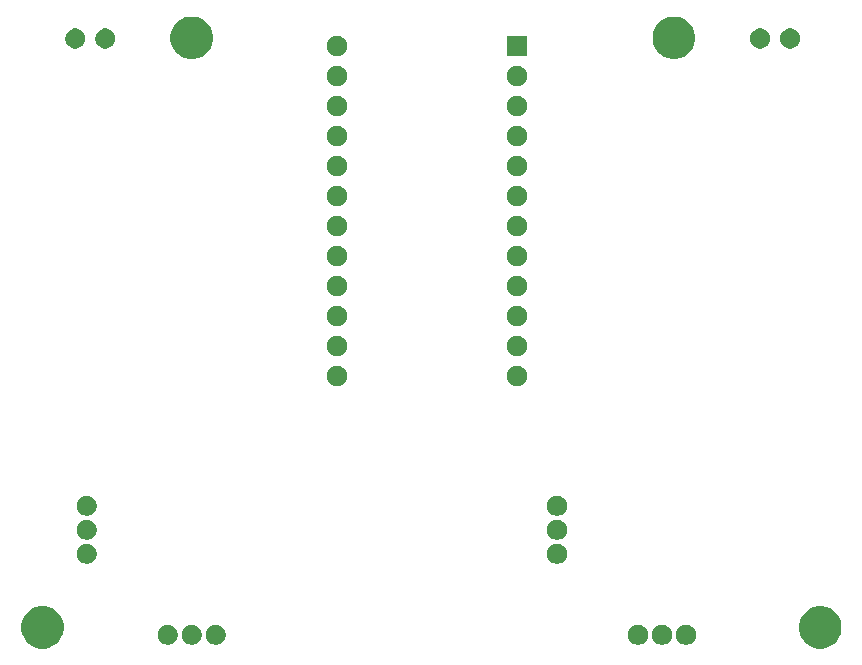
<source format=gbr>
G04 #@! TF.GenerationSoftware,KiCad,Pcbnew,5.0.2+dfsg1-1~bpo9+1*
G04 #@! TF.CreationDate,2019-05-16T11:20:28+01:00*
G04 #@! TF.ProjectId,arduino_controller_psp_stick,61726475-696e-46f5-9f63-6f6e74726f6c,rev?*
G04 #@! TF.SameCoordinates,Original*
G04 #@! TF.FileFunction,Soldermask,Bot*
G04 #@! TF.FilePolarity,Negative*
%FSLAX46Y46*%
G04 Gerber Fmt 4.6, Leading zero omitted, Abs format (unit mm)*
G04 Created by KiCad (PCBNEW 5.0.2+dfsg1-1~bpo9+1) date Thu 16 May 2019 11:20:28 BST*
%MOMM*%
%LPD*%
G01*
G04 APERTURE LIST*
%ADD10C,0.100000*%
G04 APERTURE END LIST*
D10*
G36*
X180103331Y-115679711D02*
X180431092Y-115815474D01*
X180726073Y-116012574D01*
X180976926Y-116263427D01*
X181174026Y-116558408D01*
X181309789Y-116886169D01*
X181379000Y-117234116D01*
X181379000Y-117588884D01*
X181309789Y-117936831D01*
X181174026Y-118264592D01*
X180976926Y-118559573D01*
X180726073Y-118810426D01*
X180431092Y-119007526D01*
X180103331Y-119143289D01*
X179755384Y-119212500D01*
X179400616Y-119212500D01*
X179052669Y-119143289D01*
X178724908Y-119007526D01*
X178429927Y-118810426D01*
X178179074Y-118559573D01*
X177981974Y-118264592D01*
X177846211Y-117936831D01*
X177777000Y-117588884D01*
X177777000Y-117234116D01*
X177846211Y-116886169D01*
X177981974Y-116558408D01*
X178179074Y-116263427D01*
X178429927Y-116012574D01*
X178724908Y-115815474D01*
X179052669Y-115679711D01*
X179400616Y-115610500D01*
X179755384Y-115610500D01*
X180103331Y-115679711D01*
X180103331Y-115679711D01*
G37*
G36*
X114253831Y-115679711D02*
X114581592Y-115815474D01*
X114876573Y-116012574D01*
X115127426Y-116263427D01*
X115324526Y-116558408D01*
X115460289Y-116886169D01*
X115529500Y-117234116D01*
X115529500Y-117588884D01*
X115460289Y-117936831D01*
X115324526Y-118264592D01*
X115127426Y-118559573D01*
X114876573Y-118810426D01*
X114581592Y-119007526D01*
X114253831Y-119143289D01*
X113905884Y-119212500D01*
X113551116Y-119212500D01*
X113203169Y-119143289D01*
X112875408Y-119007526D01*
X112580427Y-118810426D01*
X112329574Y-118559573D01*
X112132474Y-118264592D01*
X111996711Y-117936831D01*
X111927500Y-117588884D01*
X111927500Y-117234116D01*
X111996711Y-116886169D01*
X112132474Y-116558408D01*
X112329574Y-116263427D01*
X112580427Y-116012574D01*
X112875408Y-115815474D01*
X113203169Y-115679711D01*
X113551116Y-115610500D01*
X113905884Y-115610500D01*
X114253831Y-115679711D01*
X114253831Y-115679711D01*
G37*
G36*
X126613228Y-117228203D02*
X126768100Y-117292353D01*
X126907481Y-117385485D01*
X127026015Y-117504019D01*
X127119147Y-117643400D01*
X127183297Y-117798272D01*
X127216000Y-117962684D01*
X127216000Y-118130316D01*
X127183297Y-118294728D01*
X127119147Y-118449600D01*
X127026015Y-118588981D01*
X126907481Y-118707515D01*
X126768100Y-118800647D01*
X126613228Y-118864797D01*
X126448816Y-118897500D01*
X126281184Y-118897500D01*
X126116772Y-118864797D01*
X125961900Y-118800647D01*
X125822519Y-118707515D01*
X125703985Y-118588981D01*
X125610853Y-118449600D01*
X125546703Y-118294728D01*
X125514000Y-118130316D01*
X125514000Y-117962684D01*
X125546703Y-117798272D01*
X125610853Y-117643400D01*
X125703985Y-117504019D01*
X125822519Y-117385485D01*
X125961900Y-117292353D01*
X126116772Y-117228203D01*
X126281184Y-117195500D01*
X126448816Y-117195500D01*
X126613228Y-117228203D01*
X126613228Y-117228203D01*
G37*
G36*
X128645228Y-117228203D02*
X128800100Y-117292353D01*
X128939481Y-117385485D01*
X129058015Y-117504019D01*
X129151147Y-117643400D01*
X129215297Y-117798272D01*
X129248000Y-117962684D01*
X129248000Y-118130316D01*
X129215297Y-118294728D01*
X129151147Y-118449600D01*
X129058015Y-118588981D01*
X128939481Y-118707515D01*
X128800100Y-118800647D01*
X128645228Y-118864797D01*
X128480816Y-118897500D01*
X128313184Y-118897500D01*
X128148772Y-118864797D01*
X127993900Y-118800647D01*
X127854519Y-118707515D01*
X127735985Y-118588981D01*
X127642853Y-118449600D01*
X127578703Y-118294728D01*
X127546000Y-118130316D01*
X127546000Y-117962684D01*
X127578703Y-117798272D01*
X127642853Y-117643400D01*
X127735985Y-117504019D01*
X127854519Y-117385485D01*
X127993900Y-117292353D01*
X128148772Y-117228203D01*
X128313184Y-117195500D01*
X128480816Y-117195500D01*
X128645228Y-117228203D01*
X128645228Y-117228203D01*
G37*
G36*
X124581228Y-117228203D02*
X124736100Y-117292353D01*
X124875481Y-117385485D01*
X124994015Y-117504019D01*
X125087147Y-117643400D01*
X125151297Y-117798272D01*
X125184000Y-117962684D01*
X125184000Y-118130316D01*
X125151297Y-118294728D01*
X125087147Y-118449600D01*
X124994015Y-118588981D01*
X124875481Y-118707515D01*
X124736100Y-118800647D01*
X124581228Y-118864797D01*
X124416816Y-118897500D01*
X124249184Y-118897500D01*
X124084772Y-118864797D01*
X123929900Y-118800647D01*
X123790519Y-118707515D01*
X123671985Y-118588981D01*
X123578853Y-118449600D01*
X123514703Y-118294728D01*
X123482000Y-118130316D01*
X123482000Y-117962684D01*
X123514703Y-117798272D01*
X123578853Y-117643400D01*
X123671985Y-117504019D01*
X123790519Y-117385485D01*
X123929900Y-117292353D01*
X124084772Y-117228203D01*
X124249184Y-117195500D01*
X124416816Y-117195500D01*
X124581228Y-117228203D01*
X124581228Y-117228203D01*
G37*
G36*
X164395728Y-117228203D02*
X164550600Y-117292353D01*
X164689981Y-117385485D01*
X164808515Y-117504019D01*
X164901647Y-117643400D01*
X164965797Y-117798272D01*
X164998500Y-117962684D01*
X164998500Y-118130316D01*
X164965797Y-118294728D01*
X164901647Y-118449600D01*
X164808515Y-118588981D01*
X164689981Y-118707515D01*
X164550600Y-118800647D01*
X164395728Y-118864797D01*
X164231316Y-118897500D01*
X164063684Y-118897500D01*
X163899272Y-118864797D01*
X163744400Y-118800647D01*
X163605019Y-118707515D01*
X163486485Y-118588981D01*
X163393353Y-118449600D01*
X163329203Y-118294728D01*
X163296500Y-118130316D01*
X163296500Y-117962684D01*
X163329203Y-117798272D01*
X163393353Y-117643400D01*
X163486485Y-117504019D01*
X163605019Y-117385485D01*
X163744400Y-117292353D01*
X163899272Y-117228203D01*
X164063684Y-117195500D01*
X164231316Y-117195500D01*
X164395728Y-117228203D01*
X164395728Y-117228203D01*
G37*
G36*
X168459728Y-117228203D02*
X168614600Y-117292353D01*
X168753981Y-117385485D01*
X168872515Y-117504019D01*
X168965647Y-117643400D01*
X169029797Y-117798272D01*
X169062500Y-117962684D01*
X169062500Y-118130316D01*
X169029797Y-118294728D01*
X168965647Y-118449600D01*
X168872515Y-118588981D01*
X168753981Y-118707515D01*
X168614600Y-118800647D01*
X168459728Y-118864797D01*
X168295316Y-118897500D01*
X168127684Y-118897500D01*
X167963272Y-118864797D01*
X167808400Y-118800647D01*
X167669019Y-118707515D01*
X167550485Y-118588981D01*
X167457353Y-118449600D01*
X167393203Y-118294728D01*
X167360500Y-118130316D01*
X167360500Y-117962684D01*
X167393203Y-117798272D01*
X167457353Y-117643400D01*
X167550485Y-117504019D01*
X167669019Y-117385485D01*
X167808400Y-117292353D01*
X167963272Y-117228203D01*
X168127684Y-117195500D01*
X168295316Y-117195500D01*
X168459728Y-117228203D01*
X168459728Y-117228203D01*
G37*
G36*
X166427728Y-117228203D02*
X166582600Y-117292353D01*
X166721981Y-117385485D01*
X166840515Y-117504019D01*
X166933647Y-117643400D01*
X166997797Y-117798272D01*
X167030500Y-117962684D01*
X167030500Y-118130316D01*
X166997797Y-118294728D01*
X166933647Y-118449600D01*
X166840515Y-118588981D01*
X166721981Y-118707515D01*
X166582600Y-118800647D01*
X166427728Y-118864797D01*
X166263316Y-118897500D01*
X166095684Y-118897500D01*
X165931272Y-118864797D01*
X165776400Y-118800647D01*
X165637019Y-118707515D01*
X165518485Y-118588981D01*
X165425353Y-118449600D01*
X165361203Y-118294728D01*
X165328500Y-118130316D01*
X165328500Y-117962684D01*
X165361203Y-117798272D01*
X165425353Y-117643400D01*
X165518485Y-117504019D01*
X165637019Y-117385485D01*
X165776400Y-117292353D01*
X165931272Y-117228203D01*
X166095684Y-117195500D01*
X166263316Y-117195500D01*
X166427728Y-117228203D01*
X166427728Y-117228203D01*
G37*
G36*
X117723228Y-110370203D02*
X117878100Y-110434353D01*
X118017481Y-110527485D01*
X118136015Y-110646019D01*
X118229147Y-110785400D01*
X118293297Y-110940272D01*
X118326000Y-111104684D01*
X118326000Y-111272316D01*
X118293297Y-111436728D01*
X118229147Y-111591600D01*
X118136015Y-111730981D01*
X118017481Y-111849515D01*
X117878100Y-111942647D01*
X117723228Y-112006797D01*
X117558816Y-112039500D01*
X117391184Y-112039500D01*
X117226772Y-112006797D01*
X117071900Y-111942647D01*
X116932519Y-111849515D01*
X116813985Y-111730981D01*
X116720853Y-111591600D01*
X116656703Y-111436728D01*
X116624000Y-111272316D01*
X116624000Y-111104684D01*
X116656703Y-110940272D01*
X116720853Y-110785400D01*
X116813985Y-110646019D01*
X116932519Y-110527485D01*
X117071900Y-110434353D01*
X117226772Y-110370203D01*
X117391184Y-110337500D01*
X117558816Y-110337500D01*
X117723228Y-110370203D01*
X117723228Y-110370203D01*
G37*
G36*
X157537728Y-110370203D02*
X157692600Y-110434353D01*
X157831981Y-110527485D01*
X157950515Y-110646019D01*
X158043647Y-110785400D01*
X158107797Y-110940272D01*
X158140500Y-111104684D01*
X158140500Y-111272316D01*
X158107797Y-111436728D01*
X158043647Y-111591600D01*
X157950515Y-111730981D01*
X157831981Y-111849515D01*
X157692600Y-111942647D01*
X157537728Y-112006797D01*
X157373316Y-112039500D01*
X157205684Y-112039500D01*
X157041272Y-112006797D01*
X156886400Y-111942647D01*
X156747019Y-111849515D01*
X156628485Y-111730981D01*
X156535353Y-111591600D01*
X156471203Y-111436728D01*
X156438500Y-111272316D01*
X156438500Y-111104684D01*
X156471203Y-110940272D01*
X156535353Y-110785400D01*
X156628485Y-110646019D01*
X156747019Y-110527485D01*
X156886400Y-110434353D01*
X157041272Y-110370203D01*
X157205684Y-110337500D01*
X157373316Y-110337500D01*
X157537728Y-110370203D01*
X157537728Y-110370203D01*
G37*
G36*
X117723228Y-108338203D02*
X117878100Y-108402353D01*
X118017481Y-108495485D01*
X118136015Y-108614019D01*
X118229147Y-108753400D01*
X118293297Y-108908272D01*
X118326000Y-109072684D01*
X118326000Y-109240316D01*
X118293297Y-109404728D01*
X118229147Y-109559600D01*
X118136015Y-109698981D01*
X118017481Y-109817515D01*
X117878100Y-109910647D01*
X117723228Y-109974797D01*
X117558816Y-110007500D01*
X117391184Y-110007500D01*
X117226772Y-109974797D01*
X117071900Y-109910647D01*
X116932519Y-109817515D01*
X116813985Y-109698981D01*
X116720853Y-109559600D01*
X116656703Y-109404728D01*
X116624000Y-109240316D01*
X116624000Y-109072684D01*
X116656703Y-108908272D01*
X116720853Y-108753400D01*
X116813985Y-108614019D01*
X116932519Y-108495485D01*
X117071900Y-108402353D01*
X117226772Y-108338203D01*
X117391184Y-108305500D01*
X117558816Y-108305500D01*
X117723228Y-108338203D01*
X117723228Y-108338203D01*
G37*
G36*
X157537728Y-108338203D02*
X157692600Y-108402353D01*
X157831981Y-108495485D01*
X157950515Y-108614019D01*
X158043647Y-108753400D01*
X158107797Y-108908272D01*
X158140500Y-109072684D01*
X158140500Y-109240316D01*
X158107797Y-109404728D01*
X158043647Y-109559600D01*
X157950515Y-109698981D01*
X157831981Y-109817515D01*
X157692600Y-109910647D01*
X157537728Y-109974797D01*
X157373316Y-110007500D01*
X157205684Y-110007500D01*
X157041272Y-109974797D01*
X156886400Y-109910647D01*
X156747019Y-109817515D01*
X156628485Y-109698981D01*
X156535353Y-109559600D01*
X156471203Y-109404728D01*
X156438500Y-109240316D01*
X156438500Y-109072684D01*
X156471203Y-108908272D01*
X156535353Y-108753400D01*
X156628485Y-108614019D01*
X156747019Y-108495485D01*
X156886400Y-108402353D01*
X157041272Y-108338203D01*
X157205684Y-108305500D01*
X157373316Y-108305500D01*
X157537728Y-108338203D01*
X157537728Y-108338203D01*
G37*
G36*
X157537728Y-106306203D02*
X157692600Y-106370353D01*
X157831981Y-106463485D01*
X157950515Y-106582019D01*
X158043647Y-106721400D01*
X158107797Y-106876272D01*
X158140500Y-107040684D01*
X158140500Y-107208316D01*
X158107797Y-107372728D01*
X158043647Y-107527600D01*
X157950515Y-107666981D01*
X157831981Y-107785515D01*
X157692600Y-107878647D01*
X157537728Y-107942797D01*
X157373316Y-107975500D01*
X157205684Y-107975500D01*
X157041272Y-107942797D01*
X156886400Y-107878647D01*
X156747019Y-107785515D01*
X156628485Y-107666981D01*
X156535353Y-107527600D01*
X156471203Y-107372728D01*
X156438500Y-107208316D01*
X156438500Y-107040684D01*
X156471203Y-106876272D01*
X156535353Y-106721400D01*
X156628485Y-106582019D01*
X156747019Y-106463485D01*
X156886400Y-106370353D01*
X157041272Y-106306203D01*
X157205684Y-106273500D01*
X157373316Y-106273500D01*
X157537728Y-106306203D01*
X157537728Y-106306203D01*
G37*
G36*
X117723228Y-106306203D02*
X117878100Y-106370353D01*
X118017481Y-106463485D01*
X118136015Y-106582019D01*
X118229147Y-106721400D01*
X118293297Y-106876272D01*
X118326000Y-107040684D01*
X118326000Y-107208316D01*
X118293297Y-107372728D01*
X118229147Y-107527600D01*
X118136015Y-107666981D01*
X118017481Y-107785515D01*
X117878100Y-107878647D01*
X117723228Y-107942797D01*
X117558816Y-107975500D01*
X117391184Y-107975500D01*
X117226772Y-107942797D01*
X117071900Y-107878647D01*
X116932519Y-107785515D01*
X116813985Y-107666981D01*
X116720853Y-107527600D01*
X116656703Y-107372728D01*
X116624000Y-107208316D01*
X116624000Y-107040684D01*
X116656703Y-106876272D01*
X116720853Y-106721400D01*
X116813985Y-106582019D01*
X116932519Y-106463485D01*
X117071900Y-106370353D01*
X117226772Y-106306203D01*
X117391184Y-106273500D01*
X117558816Y-106273500D01*
X117723228Y-106306203D01*
X117723228Y-106306203D01*
G37*
G36*
X154146728Y-95303203D02*
X154301600Y-95367353D01*
X154440981Y-95460485D01*
X154559515Y-95579019D01*
X154652647Y-95718400D01*
X154716797Y-95873272D01*
X154749500Y-96037684D01*
X154749500Y-96205316D01*
X154716797Y-96369728D01*
X154652647Y-96524600D01*
X154559515Y-96663981D01*
X154440981Y-96782515D01*
X154301600Y-96875647D01*
X154146728Y-96939797D01*
X153982316Y-96972500D01*
X153814684Y-96972500D01*
X153650272Y-96939797D01*
X153495400Y-96875647D01*
X153356019Y-96782515D01*
X153237485Y-96663981D01*
X153144353Y-96524600D01*
X153080203Y-96369728D01*
X153047500Y-96205316D01*
X153047500Y-96037684D01*
X153080203Y-95873272D01*
X153144353Y-95718400D01*
X153237485Y-95579019D01*
X153356019Y-95460485D01*
X153495400Y-95367353D01*
X153650272Y-95303203D01*
X153814684Y-95270500D01*
X153982316Y-95270500D01*
X154146728Y-95303203D01*
X154146728Y-95303203D01*
G37*
G36*
X138906728Y-95303203D02*
X139061600Y-95367353D01*
X139200981Y-95460485D01*
X139319515Y-95579019D01*
X139412647Y-95718400D01*
X139476797Y-95873272D01*
X139509500Y-96037684D01*
X139509500Y-96205316D01*
X139476797Y-96369728D01*
X139412647Y-96524600D01*
X139319515Y-96663981D01*
X139200981Y-96782515D01*
X139061600Y-96875647D01*
X138906728Y-96939797D01*
X138742316Y-96972500D01*
X138574684Y-96972500D01*
X138410272Y-96939797D01*
X138255400Y-96875647D01*
X138116019Y-96782515D01*
X137997485Y-96663981D01*
X137904353Y-96524600D01*
X137840203Y-96369728D01*
X137807500Y-96205316D01*
X137807500Y-96037684D01*
X137840203Y-95873272D01*
X137904353Y-95718400D01*
X137997485Y-95579019D01*
X138116019Y-95460485D01*
X138255400Y-95367353D01*
X138410272Y-95303203D01*
X138574684Y-95270500D01*
X138742316Y-95270500D01*
X138906728Y-95303203D01*
X138906728Y-95303203D01*
G37*
G36*
X154146728Y-92763203D02*
X154301600Y-92827353D01*
X154440981Y-92920485D01*
X154559515Y-93039019D01*
X154652647Y-93178400D01*
X154716797Y-93333272D01*
X154749500Y-93497684D01*
X154749500Y-93665316D01*
X154716797Y-93829728D01*
X154652647Y-93984600D01*
X154559515Y-94123981D01*
X154440981Y-94242515D01*
X154301600Y-94335647D01*
X154146728Y-94399797D01*
X153982316Y-94432500D01*
X153814684Y-94432500D01*
X153650272Y-94399797D01*
X153495400Y-94335647D01*
X153356019Y-94242515D01*
X153237485Y-94123981D01*
X153144353Y-93984600D01*
X153080203Y-93829728D01*
X153047500Y-93665316D01*
X153047500Y-93497684D01*
X153080203Y-93333272D01*
X153144353Y-93178400D01*
X153237485Y-93039019D01*
X153356019Y-92920485D01*
X153495400Y-92827353D01*
X153650272Y-92763203D01*
X153814684Y-92730500D01*
X153982316Y-92730500D01*
X154146728Y-92763203D01*
X154146728Y-92763203D01*
G37*
G36*
X138906728Y-92763203D02*
X139061600Y-92827353D01*
X139200981Y-92920485D01*
X139319515Y-93039019D01*
X139412647Y-93178400D01*
X139476797Y-93333272D01*
X139509500Y-93497684D01*
X139509500Y-93665316D01*
X139476797Y-93829728D01*
X139412647Y-93984600D01*
X139319515Y-94123981D01*
X139200981Y-94242515D01*
X139061600Y-94335647D01*
X138906728Y-94399797D01*
X138742316Y-94432500D01*
X138574684Y-94432500D01*
X138410272Y-94399797D01*
X138255400Y-94335647D01*
X138116019Y-94242515D01*
X137997485Y-94123981D01*
X137904353Y-93984600D01*
X137840203Y-93829728D01*
X137807500Y-93665316D01*
X137807500Y-93497684D01*
X137840203Y-93333272D01*
X137904353Y-93178400D01*
X137997485Y-93039019D01*
X138116019Y-92920485D01*
X138255400Y-92827353D01*
X138410272Y-92763203D01*
X138574684Y-92730500D01*
X138742316Y-92730500D01*
X138906728Y-92763203D01*
X138906728Y-92763203D01*
G37*
G36*
X154146728Y-90223203D02*
X154301600Y-90287353D01*
X154440981Y-90380485D01*
X154559515Y-90499019D01*
X154652647Y-90638400D01*
X154716797Y-90793272D01*
X154749500Y-90957684D01*
X154749500Y-91125316D01*
X154716797Y-91289728D01*
X154652647Y-91444600D01*
X154559515Y-91583981D01*
X154440981Y-91702515D01*
X154301600Y-91795647D01*
X154146728Y-91859797D01*
X153982316Y-91892500D01*
X153814684Y-91892500D01*
X153650272Y-91859797D01*
X153495400Y-91795647D01*
X153356019Y-91702515D01*
X153237485Y-91583981D01*
X153144353Y-91444600D01*
X153080203Y-91289728D01*
X153047500Y-91125316D01*
X153047500Y-90957684D01*
X153080203Y-90793272D01*
X153144353Y-90638400D01*
X153237485Y-90499019D01*
X153356019Y-90380485D01*
X153495400Y-90287353D01*
X153650272Y-90223203D01*
X153814684Y-90190500D01*
X153982316Y-90190500D01*
X154146728Y-90223203D01*
X154146728Y-90223203D01*
G37*
G36*
X138906728Y-90223203D02*
X139061600Y-90287353D01*
X139200981Y-90380485D01*
X139319515Y-90499019D01*
X139412647Y-90638400D01*
X139476797Y-90793272D01*
X139509500Y-90957684D01*
X139509500Y-91125316D01*
X139476797Y-91289728D01*
X139412647Y-91444600D01*
X139319515Y-91583981D01*
X139200981Y-91702515D01*
X139061600Y-91795647D01*
X138906728Y-91859797D01*
X138742316Y-91892500D01*
X138574684Y-91892500D01*
X138410272Y-91859797D01*
X138255400Y-91795647D01*
X138116019Y-91702515D01*
X137997485Y-91583981D01*
X137904353Y-91444600D01*
X137840203Y-91289728D01*
X137807500Y-91125316D01*
X137807500Y-90957684D01*
X137840203Y-90793272D01*
X137904353Y-90638400D01*
X137997485Y-90499019D01*
X138116019Y-90380485D01*
X138255400Y-90287353D01*
X138410272Y-90223203D01*
X138574684Y-90190500D01*
X138742316Y-90190500D01*
X138906728Y-90223203D01*
X138906728Y-90223203D01*
G37*
G36*
X154146728Y-87683203D02*
X154301600Y-87747353D01*
X154440981Y-87840485D01*
X154559515Y-87959019D01*
X154652647Y-88098400D01*
X154716797Y-88253272D01*
X154749500Y-88417684D01*
X154749500Y-88585316D01*
X154716797Y-88749728D01*
X154652647Y-88904600D01*
X154559515Y-89043981D01*
X154440981Y-89162515D01*
X154301600Y-89255647D01*
X154146728Y-89319797D01*
X153982316Y-89352500D01*
X153814684Y-89352500D01*
X153650272Y-89319797D01*
X153495400Y-89255647D01*
X153356019Y-89162515D01*
X153237485Y-89043981D01*
X153144353Y-88904600D01*
X153080203Y-88749728D01*
X153047500Y-88585316D01*
X153047500Y-88417684D01*
X153080203Y-88253272D01*
X153144353Y-88098400D01*
X153237485Y-87959019D01*
X153356019Y-87840485D01*
X153495400Y-87747353D01*
X153650272Y-87683203D01*
X153814684Y-87650500D01*
X153982316Y-87650500D01*
X154146728Y-87683203D01*
X154146728Y-87683203D01*
G37*
G36*
X138906728Y-87683203D02*
X139061600Y-87747353D01*
X139200981Y-87840485D01*
X139319515Y-87959019D01*
X139412647Y-88098400D01*
X139476797Y-88253272D01*
X139509500Y-88417684D01*
X139509500Y-88585316D01*
X139476797Y-88749728D01*
X139412647Y-88904600D01*
X139319515Y-89043981D01*
X139200981Y-89162515D01*
X139061600Y-89255647D01*
X138906728Y-89319797D01*
X138742316Y-89352500D01*
X138574684Y-89352500D01*
X138410272Y-89319797D01*
X138255400Y-89255647D01*
X138116019Y-89162515D01*
X137997485Y-89043981D01*
X137904353Y-88904600D01*
X137840203Y-88749728D01*
X137807500Y-88585316D01*
X137807500Y-88417684D01*
X137840203Y-88253272D01*
X137904353Y-88098400D01*
X137997485Y-87959019D01*
X138116019Y-87840485D01*
X138255400Y-87747353D01*
X138410272Y-87683203D01*
X138574684Y-87650500D01*
X138742316Y-87650500D01*
X138906728Y-87683203D01*
X138906728Y-87683203D01*
G37*
G36*
X154146728Y-85143203D02*
X154301600Y-85207353D01*
X154440981Y-85300485D01*
X154559515Y-85419019D01*
X154652647Y-85558400D01*
X154716797Y-85713272D01*
X154749500Y-85877684D01*
X154749500Y-86045316D01*
X154716797Y-86209728D01*
X154652647Y-86364600D01*
X154559515Y-86503981D01*
X154440981Y-86622515D01*
X154301600Y-86715647D01*
X154146728Y-86779797D01*
X153982316Y-86812500D01*
X153814684Y-86812500D01*
X153650272Y-86779797D01*
X153495400Y-86715647D01*
X153356019Y-86622515D01*
X153237485Y-86503981D01*
X153144353Y-86364600D01*
X153080203Y-86209728D01*
X153047500Y-86045316D01*
X153047500Y-85877684D01*
X153080203Y-85713272D01*
X153144353Y-85558400D01*
X153237485Y-85419019D01*
X153356019Y-85300485D01*
X153495400Y-85207353D01*
X153650272Y-85143203D01*
X153814684Y-85110500D01*
X153982316Y-85110500D01*
X154146728Y-85143203D01*
X154146728Y-85143203D01*
G37*
G36*
X138906728Y-85143203D02*
X139061600Y-85207353D01*
X139200981Y-85300485D01*
X139319515Y-85419019D01*
X139412647Y-85558400D01*
X139476797Y-85713272D01*
X139509500Y-85877684D01*
X139509500Y-86045316D01*
X139476797Y-86209728D01*
X139412647Y-86364600D01*
X139319515Y-86503981D01*
X139200981Y-86622515D01*
X139061600Y-86715647D01*
X138906728Y-86779797D01*
X138742316Y-86812500D01*
X138574684Y-86812500D01*
X138410272Y-86779797D01*
X138255400Y-86715647D01*
X138116019Y-86622515D01*
X137997485Y-86503981D01*
X137904353Y-86364600D01*
X137840203Y-86209728D01*
X137807500Y-86045316D01*
X137807500Y-85877684D01*
X137840203Y-85713272D01*
X137904353Y-85558400D01*
X137997485Y-85419019D01*
X138116019Y-85300485D01*
X138255400Y-85207353D01*
X138410272Y-85143203D01*
X138574684Y-85110500D01*
X138742316Y-85110500D01*
X138906728Y-85143203D01*
X138906728Y-85143203D01*
G37*
G36*
X138906728Y-82603203D02*
X139061600Y-82667353D01*
X139200981Y-82760485D01*
X139319515Y-82879019D01*
X139412647Y-83018400D01*
X139476797Y-83173272D01*
X139509500Y-83337684D01*
X139509500Y-83505316D01*
X139476797Y-83669728D01*
X139412647Y-83824600D01*
X139319515Y-83963981D01*
X139200981Y-84082515D01*
X139061600Y-84175647D01*
X138906728Y-84239797D01*
X138742316Y-84272500D01*
X138574684Y-84272500D01*
X138410272Y-84239797D01*
X138255400Y-84175647D01*
X138116019Y-84082515D01*
X137997485Y-83963981D01*
X137904353Y-83824600D01*
X137840203Y-83669728D01*
X137807500Y-83505316D01*
X137807500Y-83337684D01*
X137840203Y-83173272D01*
X137904353Y-83018400D01*
X137997485Y-82879019D01*
X138116019Y-82760485D01*
X138255400Y-82667353D01*
X138410272Y-82603203D01*
X138574684Y-82570500D01*
X138742316Y-82570500D01*
X138906728Y-82603203D01*
X138906728Y-82603203D01*
G37*
G36*
X154146728Y-82603203D02*
X154301600Y-82667353D01*
X154440981Y-82760485D01*
X154559515Y-82879019D01*
X154652647Y-83018400D01*
X154716797Y-83173272D01*
X154749500Y-83337684D01*
X154749500Y-83505316D01*
X154716797Y-83669728D01*
X154652647Y-83824600D01*
X154559515Y-83963981D01*
X154440981Y-84082515D01*
X154301600Y-84175647D01*
X154146728Y-84239797D01*
X153982316Y-84272500D01*
X153814684Y-84272500D01*
X153650272Y-84239797D01*
X153495400Y-84175647D01*
X153356019Y-84082515D01*
X153237485Y-83963981D01*
X153144353Y-83824600D01*
X153080203Y-83669728D01*
X153047500Y-83505316D01*
X153047500Y-83337684D01*
X153080203Y-83173272D01*
X153144353Y-83018400D01*
X153237485Y-82879019D01*
X153356019Y-82760485D01*
X153495400Y-82667353D01*
X153650272Y-82603203D01*
X153814684Y-82570500D01*
X153982316Y-82570500D01*
X154146728Y-82603203D01*
X154146728Y-82603203D01*
G37*
G36*
X138906728Y-80063203D02*
X139061600Y-80127353D01*
X139200981Y-80220485D01*
X139319515Y-80339019D01*
X139412647Y-80478400D01*
X139476797Y-80633272D01*
X139509500Y-80797684D01*
X139509500Y-80965316D01*
X139476797Y-81129728D01*
X139412647Y-81284600D01*
X139319515Y-81423981D01*
X139200981Y-81542515D01*
X139061600Y-81635647D01*
X138906728Y-81699797D01*
X138742316Y-81732500D01*
X138574684Y-81732500D01*
X138410272Y-81699797D01*
X138255400Y-81635647D01*
X138116019Y-81542515D01*
X137997485Y-81423981D01*
X137904353Y-81284600D01*
X137840203Y-81129728D01*
X137807500Y-80965316D01*
X137807500Y-80797684D01*
X137840203Y-80633272D01*
X137904353Y-80478400D01*
X137997485Y-80339019D01*
X138116019Y-80220485D01*
X138255400Y-80127353D01*
X138410272Y-80063203D01*
X138574684Y-80030500D01*
X138742316Y-80030500D01*
X138906728Y-80063203D01*
X138906728Y-80063203D01*
G37*
G36*
X154146728Y-80063203D02*
X154301600Y-80127353D01*
X154440981Y-80220485D01*
X154559515Y-80339019D01*
X154652647Y-80478400D01*
X154716797Y-80633272D01*
X154749500Y-80797684D01*
X154749500Y-80965316D01*
X154716797Y-81129728D01*
X154652647Y-81284600D01*
X154559515Y-81423981D01*
X154440981Y-81542515D01*
X154301600Y-81635647D01*
X154146728Y-81699797D01*
X153982316Y-81732500D01*
X153814684Y-81732500D01*
X153650272Y-81699797D01*
X153495400Y-81635647D01*
X153356019Y-81542515D01*
X153237485Y-81423981D01*
X153144353Y-81284600D01*
X153080203Y-81129728D01*
X153047500Y-80965316D01*
X153047500Y-80797684D01*
X153080203Y-80633272D01*
X153144353Y-80478400D01*
X153237485Y-80339019D01*
X153356019Y-80220485D01*
X153495400Y-80127353D01*
X153650272Y-80063203D01*
X153814684Y-80030500D01*
X153982316Y-80030500D01*
X154146728Y-80063203D01*
X154146728Y-80063203D01*
G37*
G36*
X154146728Y-77523203D02*
X154301600Y-77587353D01*
X154440981Y-77680485D01*
X154559515Y-77799019D01*
X154652647Y-77938400D01*
X154716797Y-78093272D01*
X154749500Y-78257684D01*
X154749500Y-78425316D01*
X154716797Y-78589728D01*
X154652647Y-78744600D01*
X154559515Y-78883981D01*
X154440981Y-79002515D01*
X154301600Y-79095647D01*
X154146728Y-79159797D01*
X153982316Y-79192500D01*
X153814684Y-79192500D01*
X153650272Y-79159797D01*
X153495400Y-79095647D01*
X153356019Y-79002515D01*
X153237485Y-78883981D01*
X153144353Y-78744600D01*
X153080203Y-78589728D01*
X153047500Y-78425316D01*
X153047500Y-78257684D01*
X153080203Y-78093272D01*
X153144353Y-77938400D01*
X153237485Y-77799019D01*
X153356019Y-77680485D01*
X153495400Y-77587353D01*
X153650272Y-77523203D01*
X153814684Y-77490500D01*
X153982316Y-77490500D01*
X154146728Y-77523203D01*
X154146728Y-77523203D01*
G37*
G36*
X138906728Y-77523203D02*
X139061600Y-77587353D01*
X139200981Y-77680485D01*
X139319515Y-77799019D01*
X139412647Y-77938400D01*
X139476797Y-78093272D01*
X139509500Y-78257684D01*
X139509500Y-78425316D01*
X139476797Y-78589728D01*
X139412647Y-78744600D01*
X139319515Y-78883981D01*
X139200981Y-79002515D01*
X139061600Y-79095647D01*
X138906728Y-79159797D01*
X138742316Y-79192500D01*
X138574684Y-79192500D01*
X138410272Y-79159797D01*
X138255400Y-79095647D01*
X138116019Y-79002515D01*
X137997485Y-78883981D01*
X137904353Y-78744600D01*
X137840203Y-78589728D01*
X137807500Y-78425316D01*
X137807500Y-78257684D01*
X137840203Y-78093272D01*
X137904353Y-77938400D01*
X137997485Y-77799019D01*
X138116019Y-77680485D01*
X138255400Y-77587353D01*
X138410272Y-77523203D01*
X138574684Y-77490500D01*
X138742316Y-77490500D01*
X138906728Y-77523203D01*
X138906728Y-77523203D01*
G37*
G36*
X154146728Y-74983203D02*
X154301600Y-75047353D01*
X154440981Y-75140485D01*
X154559515Y-75259019D01*
X154652647Y-75398400D01*
X154716797Y-75553272D01*
X154749500Y-75717684D01*
X154749500Y-75885316D01*
X154716797Y-76049728D01*
X154652647Y-76204600D01*
X154559515Y-76343981D01*
X154440981Y-76462515D01*
X154301600Y-76555647D01*
X154146728Y-76619797D01*
X153982316Y-76652500D01*
X153814684Y-76652500D01*
X153650272Y-76619797D01*
X153495400Y-76555647D01*
X153356019Y-76462515D01*
X153237485Y-76343981D01*
X153144353Y-76204600D01*
X153080203Y-76049728D01*
X153047500Y-75885316D01*
X153047500Y-75717684D01*
X153080203Y-75553272D01*
X153144353Y-75398400D01*
X153237485Y-75259019D01*
X153356019Y-75140485D01*
X153495400Y-75047353D01*
X153650272Y-74983203D01*
X153814684Y-74950500D01*
X153982316Y-74950500D01*
X154146728Y-74983203D01*
X154146728Y-74983203D01*
G37*
G36*
X138906728Y-74983203D02*
X139061600Y-75047353D01*
X139200981Y-75140485D01*
X139319515Y-75259019D01*
X139412647Y-75398400D01*
X139476797Y-75553272D01*
X139509500Y-75717684D01*
X139509500Y-75885316D01*
X139476797Y-76049728D01*
X139412647Y-76204600D01*
X139319515Y-76343981D01*
X139200981Y-76462515D01*
X139061600Y-76555647D01*
X138906728Y-76619797D01*
X138742316Y-76652500D01*
X138574684Y-76652500D01*
X138410272Y-76619797D01*
X138255400Y-76555647D01*
X138116019Y-76462515D01*
X137997485Y-76343981D01*
X137904353Y-76204600D01*
X137840203Y-76049728D01*
X137807500Y-75885316D01*
X137807500Y-75717684D01*
X137840203Y-75553272D01*
X137904353Y-75398400D01*
X137997485Y-75259019D01*
X138116019Y-75140485D01*
X138255400Y-75047353D01*
X138410272Y-74983203D01*
X138574684Y-74950500D01*
X138742316Y-74950500D01*
X138906728Y-74983203D01*
X138906728Y-74983203D01*
G37*
G36*
X154146728Y-72443203D02*
X154301600Y-72507353D01*
X154440981Y-72600485D01*
X154559515Y-72719019D01*
X154652647Y-72858400D01*
X154716797Y-73013272D01*
X154749500Y-73177684D01*
X154749500Y-73345316D01*
X154716797Y-73509728D01*
X154652647Y-73664600D01*
X154559515Y-73803981D01*
X154440981Y-73922515D01*
X154301600Y-74015647D01*
X154146728Y-74079797D01*
X153982316Y-74112500D01*
X153814684Y-74112500D01*
X153650272Y-74079797D01*
X153495400Y-74015647D01*
X153356019Y-73922515D01*
X153237485Y-73803981D01*
X153144353Y-73664600D01*
X153080203Y-73509728D01*
X153047500Y-73345316D01*
X153047500Y-73177684D01*
X153080203Y-73013272D01*
X153144353Y-72858400D01*
X153237485Y-72719019D01*
X153356019Y-72600485D01*
X153495400Y-72507353D01*
X153650272Y-72443203D01*
X153814684Y-72410500D01*
X153982316Y-72410500D01*
X154146728Y-72443203D01*
X154146728Y-72443203D01*
G37*
G36*
X138906728Y-72443203D02*
X139061600Y-72507353D01*
X139200981Y-72600485D01*
X139319515Y-72719019D01*
X139412647Y-72858400D01*
X139476797Y-73013272D01*
X139509500Y-73177684D01*
X139509500Y-73345316D01*
X139476797Y-73509728D01*
X139412647Y-73664600D01*
X139319515Y-73803981D01*
X139200981Y-73922515D01*
X139061600Y-74015647D01*
X138906728Y-74079797D01*
X138742316Y-74112500D01*
X138574684Y-74112500D01*
X138410272Y-74079797D01*
X138255400Y-74015647D01*
X138116019Y-73922515D01*
X137997485Y-73803981D01*
X137904353Y-73664600D01*
X137840203Y-73509728D01*
X137807500Y-73345316D01*
X137807500Y-73177684D01*
X137840203Y-73013272D01*
X137904353Y-72858400D01*
X137997485Y-72719019D01*
X138116019Y-72600485D01*
X138255400Y-72507353D01*
X138410272Y-72443203D01*
X138574684Y-72410500D01*
X138742316Y-72410500D01*
X138906728Y-72443203D01*
X138906728Y-72443203D01*
G37*
G36*
X154146728Y-69903203D02*
X154301600Y-69967353D01*
X154440981Y-70060485D01*
X154559515Y-70179019D01*
X154652647Y-70318400D01*
X154716797Y-70473272D01*
X154749500Y-70637684D01*
X154749500Y-70805316D01*
X154716797Y-70969728D01*
X154652647Y-71124600D01*
X154559515Y-71263981D01*
X154440981Y-71382515D01*
X154301600Y-71475647D01*
X154146728Y-71539797D01*
X153982316Y-71572500D01*
X153814684Y-71572500D01*
X153650272Y-71539797D01*
X153495400Y-71475647D01*
X153356019Y-71382515D01*
X153237485Y-71263981D01*
X153144353Y-71124600D01*
X153080203Y-70969728D01*
X153047500Y-70805316D01*
X153047500Y-70637684D01*
X153080203Y-70473272D01*
X153144353Y-70318400D01*
X153237485Y-70179019D01*
X153356019Y-70060485D01*
X153495400Y-69967353D01*
X153650272Y-69903203D01*
X153814684Y-69870500D01*
X153982316Y-69870500D01*
X154146728Y-69903203D01*
X154146728Y-69903203D01*
G37*
G36*
X138906728Y-69903203D02*
X139061600Y-69967353D01*
X139200981Y-70060485D01*
X139319515Y-70179019D01*
X139412647Y-70318400D01*
X139476797Y-70473272D01*
X139509500Y-70637684D01*
X139509500Y-70805316D01*
X139476797Y-70969728D01*
X139412647Y-71124600D01*
X139319515Y-71263981D01*
X139200981Y-71382515D01*
X139061600Y-71475647D01*
X138906728Y-71539797D01*
X138742316Y-71572500D01*
X138574684Y-71572500D01*
X138410272Y-71539797D01*
X138255400Y-71475647D01*
X138116019Y-71382515D01*
X137997485Y-71263981D01*
X137904353Y-71124600D01*
X137840203Y-70969728D01*
X137807500Y-70805316D01*
X137807500Y-70637684D01*
X137840203Y-70473272D01*
X137904353Y-70318400D01*
X137997485Y-70179019D01*
X138116019Y-70060485D01*
X138255400Y-69967353D01*
X138410272Y-69903203D01*
X138574684Y-69870500D01*
X138742316Y-69870500D01*
X138906728Y-69903203D01*
X138906728Y-69903203D01*
G37*
G36*
X126890331Y-65768711D02*
X127218092Y-65904474D01*
X127513073Y-66101574D01*
X127763926Y-66352427D01*
X127961026Y-66647408D01*
X128096789Y-66975169D01*
X128166000Y-67323116D01*
X128166000Y-67677884D01*
X128096789Y-68025831D01*
X127961026Y-68353592D01*
X127763926Y-68648573D01*
X127513073Y-68899426D01*
X127218092Y-69096526D01*
X126890331Y-69232289D01*
X126542384Y-69301500D01*
X126187616Y-69301500D01*
X125839669Y-69232289D01*
X125511908Y-69096526D01*
X125216927Y-68899426D01*
X124966074Y-68648573D01*
X124768974Y-68353592D01*
X124633211Y-68025831D01*
X124564000Y-67677884D01*
X124564000Y-67323116D01*
X124633211Y-66975169D01*
X124768974Y-66647408D01*
X124966074Y-66352427D01*
X125216927Y-66101574D01*
X125511908Y-65904474D01*
X125839669Y-65768711D01*
X126187616Y-65699500D01*
X126542384Y-65699500D01*
X126890331Y-65768711D01*
X126890331Y-65768711D01*
G37*
G36*
X167720831Y-65768711D02*
X168048592Y-65904474D01*
X168343573Y-66101574D01*
X168594426Y-66352427D01*
X168791526Y-66647408D01*
X168927289Y-66975169D01*
X168996500Y-67323116D01*
X168996500Y-67677884D01*
X168927289Y-68025831D01*
X168791526Y-68353592D01*
X168594426Y-68648573D01*
X168343573Y-68899426D01*
X168048592Y-69096526D01*
X167720831Y-69232289D01*
X167372884Y-69301500D01*
X167018116Y-69301500D01*
X166670169Y-69232289D01*
X166342408Y-69096526D01*
X166047427Y-68899426D01*
X165796574Y-68648573D01*
X165599474Y-68353592D01*
X165463711Y-68025831D01*
X165394500Y-67677884D01*
X165394500Y-67323116D01*
X165463711Y-66975169D01*
X165599474Y-66647408D01*
X165796574Y-66352427D01*
X166047427Y-66101574D01*
X166342408Y-65904474D01*
X166670169Y-65768711D01*
X167018116Y-65699500D01*
X167372884Y-65699500D01*
X167720831Y-65768711D01*
X167720831Y-65768711D01*
G37*
G36*
X154749500Y-69032500D02*
X153047500Y-69032500D01*
X153047500Y-67330500D01*
X154749500Y-67330500D01*
X154749500Y-69032500D01*
X154749500Y-69032500D01*
G37*
G36*
X138906728Y-67363203D02*
X139061600Y-67427353D01*
X139200981Y-67520485D01*
X139319515Y-67639019D01*
X139412647Y-67778400D01*
X139476797Y-67933272D01*
X139509500Y-68097684D01*
X139509500Y-68265316D01*
X139476797Y-68429728D01*
X139412647Y-68584600D01*
X139319515Y-68723981D01*
X139200981Y-68842515D01*
X139061600Y-68935647D01*
X138906728Y-68999797D01*
X138742316Y-69032500D01*
X138574684Y-69032500D01*
X138410272Y-68999797D01*
X138255400Y-68935647D01*
X138116019Y-68842515D01*
X137997485Y-68723981D01*
X137904353Y-68584600D01*
X137840203Y-68429728D01*
X137807500Y-68265316D01*
X137807500Y-68097684D01*
X137840203Y-67933272D01*
X137904353Y-67778400D01*
X137997485Y-67639019D01*
X138116019Y-67520485D01*
X138255400Y-67427353D01*
X138410272Y-67363203D01*
X138574684Y-67330500D01*
X138742316Y-67330500D01*
X138906728Y-67363203D01*
X138906728Y-67363203D01*
G37*
G36*
X177286228Y-66745703D02*
X177441100Y-66809853D01*
X177580481Y-66902985D01*
X177699015Y-67021519D01*
X177792147Y-67160900D01*
X177856297Y-67315772D01*
X177889000Y-67480184D01*
X177889000Y-67647816D01*
X177856297Y-67812228D01*
X177792147Y-67967100D01*
X177699015Y-68106481D01*
X177580481Y-68225015D01*
X177441100Y-68318147D01*
X177286228Y-68382297D01*
X177121816Y-68415000D01*
X176954184Y-68415000D01*
X176789772Y-68382297D01*
X176634900Y-68318147D01*
X176495519Y-68225015D01*
X176376985Y-68106481D01*
X176283853Y-67967100D01*
X176219703Y-67812228D01*
X176187000Y-67647816D01*
X176187000Y-67480184D01*
X176219703Y-67315772D01*
X176283853Y-67160900D01*
X176376985Y-67021519D01*
X176495519Y-66902985D01*
X176634900Y-66809853D01*
X176789772Y-66745703D01*
X176954184Y-66713000D01*
X177121816Y-66713000D01*
X177286228Y-66745703D01*
X177286228Y-66745703D01*
G37*
G36*
X119310728Y-66745703D02*
X119465600Y-66809853D01*
X119604981Y-66902985D01*
X119723515Y-67021519D01*
X119816647Y-67160900D01*
X119880797Y-67315772D01*
X119913500Y-67480184D01*
X119913500Y-67647816D01*
X119880797Y-67812228D01*
X119816647Y-67967100D01*
X119723515Y-68106481D01*
X119604981Y-68225015D01*
X119465600Y-68318147D01*
X119310728Y-68382297D01*
X119146316Y-68415000D01*
X118978684Y-68415000D01*
X118814272Y-68382297D01*
X118659400Y-68318147D01*
X118520019Y-68225015D01*
X118401485Y-68106481D01*
X118308353Y-67967100D01*
X118244203Y-67812228D01*
X118211500Y-67647816D01*
X118211500Y-67480184D01*
X118244203Y-67315772D01*
X118308353Y-67160900D01*
X118401485Y-67021519D01*
X118520019Y-66902985D01*
X118659400Y-66809853D01*
X118814272Y-66745703D01*
X118978684Y-66713000D01*
X119146316Y-66713000D01*
X119310728Y-66745703D01*
X119310728Y-66745703D01*
G37*
G36*
X116770728Y-66745703D02*
X116925600Y-66809853D01*
X117064981Y-66902985D01*
X117183515Y-67021519D01*
X117276647Y-67160900D01*
X117340797Y-67315772D01*
X117373500Y-67480184D01*
X117373500Y-67647816D01*
X117340797Y-67812228D01*
X117276647Y-67967100D01*
X117183515Y-68106481D01*
X117064981Y-68225015D01*
X116925600Y-68318147D01*
X116770728Y-68382297D01*
X116606316Y-68415000D01*
X116438684Y-68415000D01*
X116274272Y-68382297D01*
X116119400Y-68318147D01*
X115980019Y-68225015D01*
X115861485Y-68106481D01*
X115768353Y-67967100D01*
X115704203Y-67812228D01*
X115671500Y-67647816D01*
X115671500Y-67480184D01*
X115704203Y-67315772D01*
X115768353Y-67160900D01*
X115861485Y-67021519D01*
X115980019Y-66902985D01*
X116119400Y-66809853D01*
X116274272Y-66745703D01*
X116438684Y-66713000D01*
X116606316Y-66713000D01*
X116770728Y-66745703D01*
X116770728Y-66745703D01*
G37*
G36*
X174746228Y-66745703D02*
X174901100Y-66809853D01*
X175040481Y-66902985D01*
X175159015Y-67021519D01*
X175252147Y-67160900D01*
X175316297Y-67315772D01*
X175349000Y-67480184D01*
X175349000Y-67647816D01*
X175316297Y-67812228D01*
X175252147Y-67967100D01*
X175159015Y-68106481D01*
X175040481Y-68225015D01*
X174901100Y-68318147D01*
X174746228Y-68382297D01*
X174581816Y-68415000D01*
X174414184Y-68415000D01*
X174249772Y-68382297D01*
X174094900Y-68318147D01*
X173955519Y-68225015D01*
X173836985Y-68106481D01*
X173743853Y-67967100D01*
X173679703Y-67812228D01*
X173647000Y-67647816D01*
X173647000Y-67480184D01*
X173679703Y-67315772D01*
X173743853Y-67160900D01*
X173836985Y-67021519D01*
X173955519Y-66902985D01*
X174094900Y-66809853D01*
X174249772Y-66745703D01*
X174414184Y-66713000D01*
X174581816Y-66713000D01*
X174746228Y-66745703D01*
X174746228Y-66745703D01*
G37*
M02*

</source>
